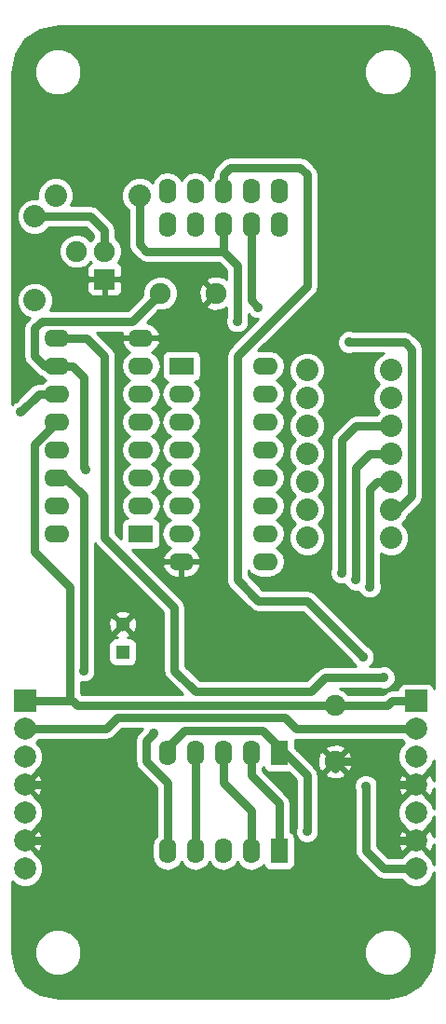
<source format=gtl>
G04 #@! TF.FileFunction,Copper,L1,Top,Signal*
%FSLAX46Y46*%
G04 Gerber Fmt 4.6, Leading zero omitted, Abs format (unit mm)*
G04 Created by KiCad (PCBNEW 4.0.4-stable) date 01/06/17 15:37:10*
%MOMM*%
%LPD*%
G01*
G04 APERTURE LIST*
%ADD10C,0.150000*%
%ADD11R,1.574800X2.286000*%
%ADD12O,1.574800X2.286000*%
%ADD13C,1.300000*%
%ADD14R,1.300000X1.300000*%
%ADD15C,1.905000*%
%ADD16R,1.998980X1.998980*%
%ADD17C,1.998980*%
%ADD18R,1.905000X1.905000*%
%ADD19C,2.032000*%
%ADD20R,2.286000X1.574800*%
%ADD21O,2.286000X1.574800*%
%ADD22C,0.889000*%
%ADD23C,0.762000*%
%ADD24C,0.254000*%
G04 APERTURE END LIST*
D10*
D11*
X25109000Y14210000D03*
D12*
X22569000Y14210000D03*
X20029000Y14210000D03*
X17489000Y14210000D03*
X14949000Y14210000D03*
X14949000Y74154000D03*
X17489000Y74154000D03*
X20029000Y74154000D03*
X22569000Y74154000D03*
X25109000Y74154000D03*
D11*
X25109000Y23100000D03*
D12*
X22569000Y23100000D03*
X20029000Y23100000D03*
X17489000Y23100000D03*
X14949000Y23100000D03*
X14949000Y71106000D03*
X17489000Y71106000D03*
X20029000Y71106000D03*
X22569000Y71106000D03*
X25109000Y71106000D03*
D13*
X10885000Y34790000D03*
D14*
X10885000Y32290000D03*
D15*
X14314000Y64883000D03*
X19394000Y64883000D03*
X30189000Y27418000D03*
X30189000Y22338000D03*
D16*
X1995000Y27845000D03*
D17*
X1995000Y25305000D03*
X1995000Y22765000D03*
X1995000Y20225000D03*
X1995000Y17685000D03*
X1995000Y15145000D03*
X1995000Y12605000D03*
D16*
X37555000Y27845000D03*
D17*
X37555000Y25305000D03*
X37555000Y22765000D03*
X37555000Y20225000D03*
X37555000Y17685000D03*
X37555000Y15145000D03*
X37555000Y12605000D03*
D18*
X9234000Y66153000D03*
D15*
X9234000Y68693000D03*
X6694000Y68693000D03*
D19*
X2884000Y64248000D03*
X2884000Y71868000D03*
X12409000Y73773000D03*
X4789000Y73773000D03*
X27649000Y57898000D03*
X35269000Y57898000D03*
X27649000Y55358000D03*
X35269000Y55358000D03*
X27649000Y52818000D03*
X35269000Y52818000D03*
X27649000Y50278000D03*
X35269000Y50278000D03*
X27649000Y47738000D03*
X35269000Y47738000D03*
X27649000Y45198000D03*
X35269000Y45198000D03*
X27649000Y42658000D03*
X35269000Y42658000D03*
D20*
X12536000Y43039000D03*
D21*
X12536000Y45579000D03*
X12536000Y48119000D03*
X12536000Y50659000D03*
X12536000Y53199000D03*
X12536000Y55739000D03*
X12536000Y58279000D03*
X12536000Y60819000D03*
X4916000Y60819000D03*
X4916000Y58279000D03*
X4916000Y55739000D03*
X4916000Y53199000D03*
X4916000Y50659000D03*
X4916000Y48119000D03*
X4916000Y45579000D03*
X4916000Y43039000D03*
D20*
X16219000Y58279000D03*
D21*
X16219000Y55739000D03*
X16219000Y53199000D03*
X16219000Y50659000D03*
X16219000Y48119000D03*
X16219000Y45579000D03*
X16219000Y43039000D03*
X16219000Y40499000D03*
X23839000Y40499000D03*
X23839000Y43039000D03*
X23839000Y45579000D03*
X23839000Y48119000D03*
X23839000Y50659000D03*
X23839000Y53199000D03*
X23839000Y55739000D03*
X23839000Y58279000D03*
D22*
X7506800Y48830200D03*
X1614000Y54088000D03*
X7329000Y30593000D03*
X12409000Y20433000D03*
X32983000Y20098000D03*
X27649000Y15988000D03*
X32729000Y31863000D03*
X33364000Y38213000D03*
X32094000Y38848000D03*
X30824000Y39483000D03*
X13679000Y24878000D03*
X21299000Y62343000D03*
X23204000Y63613000D03*
X31459000Y60438000D03*
X34634000Y29958000D03*
D23*
X7329000Y49008000D02*
X7329000Y57263000D01*
X3773000Y58279000D02*
X2884000Y59168000D01*
X2884000Y59168000D02*
X2884000Y61708000D01*
X2884000Y61708000D02*
X3519000Y62343000D01*
X4916000Y58279000D02*
X3773000Y58279000D01*
X11774000Y62343000D02*
X14314000Y64883000D01*
X6313000Y58279000D02*
X4916000Y58279000D01*
X7329000Y57263000D02*
X6313000Y58279000D01*
X3519000Y62343000D02*
X11774000Y62343000D01*
X7506800Y48830200D02*
X7329000Y49008000D01*
X1995000Y25305000D02*
X9361000Y25305000D01*
X26633000Y25305000D02*
X37555000Y25305000D01*
X25617000Y26321000D02*
X26633000Y25305000D01*
X10377000Y26321000D02*
X25617000Y26321000D01*
X9361000Y25305000D02*
X10377000Y26321000D01*
X1614000Y54088000D02*
X3265000Y55739000D01*
X3265000Y55739000D02*
X4916000Y55739000D01*
X7329000Y46468000D02*
X7329000Y33133000D01*
X7329000Y33133000D02*
X7329000Y31863000D01*
X5678000Y48119000D02*
X7329000Y46468000D01*
X4916000Y48119000D02*
X5678000Y48119000D01*
X7329000Y30593000D02*
X7329000Y33133000D01*
X34380000Y19971000D02*
X34380000Y21241000D01*
X33283000Y22338000D02*
X30189000Y22338000D01*
X34380000Y21241000D02*
X33283000Y22338000D01*
X4789000Y20225000D02*
X12201000Y20225000D01*
X12201000Y20225000D02*
X12409000Y20433000D01*
X1995000Y15145000D02*
X3773000Y15145000D01*
X4789000Y20225000D02*
X1995000Y20225000D01*
X4789000Y16161000D02*
X4789000Y20225000D01*
X3773000Y15145000D02*
X4789000Y16161000D01*
X34380000Y20225000D02*
X34380000Y19971000D01*
X34380000Y19971000D02*
X34380000Y15780000D01*
X34380000Y15780000D02*
X35015000Y15145000D01*
X35015000Y15145000D02*
X37555000Y15145000D01*
X30189000Y22338000D02*
X30362000Y22338000D01*
X34380000Y20225000D02*
X37555000Y20225000D01*
X30189000Y22338000D02*
X30189000Y21703000D01*
X5932000Y27845000D02*
X6313000Y27845000D01*
X6313000Y27845000D02*
X6740000Y27418000D01*
X1995000Y27845000D02*
X6059000Y27845000D01*
X6059000Y27845000D02*
X5932000Y27845000D01*
X5932000Y27845000D02*
X6059000Y27845000D01*
X30189000Y27418000D02*
X31667000Y27418000D01*
X32983000Y27418000D02*
X34969000Y27418000D01*
X35396000Y27845000D02*
X37555000Y27845000D01*
X34969000Y27418000D02*
X35396000Y27845000D01*
X6059000Y27845000D02*
X6059000Y38213000D01*
X6059000Y38213000D02*
X2884000Y41388000D01*
X2884000Y51167000D02*
X4916000Y53199000D01*
X2884000Y41388000D02*
X2884000Y51167000D01*
X28665000Y27418000D02*
X31667000Y27418000D01*
X31667000Y27418000D02*
X32983000Y27418000D01*
X32983000Y27418000D02*
X33364000Y27418000D01*
X6740000Y27418000D02*
X28665000Y27418000D01*
X28665000Y27418000D02*
X30189000Y27418000D01*
X34634000Y12605000D02*
X37555000Y12605000D01*
X32983000Y14256000D02*
X34634000Y12605000D01*
X32983000Y20098000D02*
X32983000Y14256000D01*
X14949000Y23100000D02*
X14949000Y23608000D01*
X16467920Y25126920D02*
X23590080Y25126920D01*
X23590080Y25126920D02*
X25109000Y23608000D01*
X14949000Y23608000D02*
X16467920Y25126920D01*
X27649000Y21068000D02*
X27649000Y15988000D01*
X25109000Y23100000D02*
X25617000Y23100000D01*
X27014000Y76313000D02*
X20664000Y76313000D01*
X27649000Y75678000D02*
X27014000Y76313000D01*
X20664000Y76313000D02*
X20029000Y75678000D01*
X25109000Y23608000D02*
X25109000Y23100000D01*
X20029000Y75678000D02*
X20029000Y74154000D01*
X21299000Y59168000D02*
X27649000Y65518000D01*
X27649000Y36943000D02*
X23204000Y36943000D01*
X21299000Y38848000D02*
X21299000Y59168000D01*
X23204000Y36943000D02*
X21299000Y38848000D01*
X27649000Y65518000D02*
X27649000Y75678000D01*
X25617000Y23100000D02*
X27649000Y21068000D01*
X32729000Y31863000D02*
X27649000Y36943000D01*
X33999000Y47738000D02*
X35269000Y47738000D01*
X33364000Y47103000D02*
X33999000Y47738000D01*
X33364000Y38213000D02*
X33364000Y47103000D01*
X22569000Y21068000D02*
X22569000Y23100000D01*
X25109000Y14210000D02*
X25109000Y18528000D01*
X25109000Y18528000D02*
X22569000Y21068000D01*
X20029000Y20433000D02*
X20029000Y23100000D01*
X22569000Y17893000D02*
X20029000Y20433000D01*
X32094000Y38848000D02*
X32094000Y49008000D01*
X33364000Y50278000D02*
X35269000Y50278000D01*
X32094000Y49008000D02*
X33364000Y50278000D01*
X22569000Y14210000D02*
X22569000Y17893000D01*
X32094000Y52818000D02*
X35269000Y52818000D01*
X30824000Y51548000D02*
X32094000Y52818000D01*
X30824000Y39483000D02*
X30824000Y51548000D01*
X17489000Y14210000D02*
X17489000Y23100000D01*
X20029000Y71106000D02*
X20029000Y68693000D01*
X19394000Y68693000D02*
X20029000Y68693000D01*
X20029000Y68693000D02*
X21299000Y67423000D01*
X12409000Y69328000D02*
X13044000Y68693000D01*
X13044000Y68693000D02*
X19394000Y68693000D01*
X12409000Y73773000D02*
X12409000Y69328000D01*
X13044000Y22338000D02*
X13044000Y24243000D01*
X13044000Y24243000D02*
X13679000Y24878000D01*
X21299000Y62343000D02*
X21299000Y67423000D01*
X14949000Y14210000D02*
X14949000Y20433000D01*
X14949000Y20433000D02*
X13044000Y22338000D01*
X31459000Y60438000D02*
X36539000Y60438000D01*
X22569000Y64248000D02*
X23204000Y63613000D01*
X35269000Y45198000D02*
X35904000Y45198000D01*
X35904000Y45198000D02*
X37174000Y46468000D01*
X37174000Y46468000D02*
X37174000Y58533000D01*
X36539000Y60438000D02*
X37174000Y59803000D01*
X22569000Y71106000D02*
X22569000Y64248000D01*
X37174000Y59803000D02*
X37174000Y58533000D01*
X9234000Y42658000D02*
X15584000Y36308000D01*
X26887000Y28688000D02*
X28030000Y28688000D01*
X29300000Y29958000D02*
X34634000Y29958000D01*
X28030000Y28688000D02*
X29300000Y29958000D01*
X15584000Y30593000D02*
X17489000Y28688000D01*
X4916000Y60819000D02*
X7583000Y60819000D01*
X9234000Y59168000D02*
X9234000Y42658000D01*
X15584000Y36308000D02*
X15584000Y30593000D01*
X17489000Y28688000D02*
X26887000Y28688000D01*
X7583000Y60819000D02*
X9234000Y59168000D01*
X2884000Y71868000D02*
X4154000Y71868000D01*
X9234000Y70598000D02*
X9234000Y68693000D01*
X7964000Y71868000D02*
X9234000Y70598000D01*
X3519000Y71868000D02*
X4154000Y71868000D01*
X4154000Y71868000D02*
X7964000Y71868000D01*
D24*
G36*
X12325580Y24961420D02*
X12105338Y24631807D01*
X12105338Y24631806D01*
X12028000Y24243000D01*
X12028000Y22338000D01*
X12063726Y22158395D01*
X12105338Y21949193D01*
X12325580Y21619580D01*
X13933000Y20012159D01*
X13933000Y15590940D01*
X13634874Y15144762D01*
X13526600Y14600433D01*
X13526600Y13819567D01*
X13634874Y13275238D01*
X13943211Y12813778D01*
X14404671Y12505441D01*
X14949000Y12397167D01*
X15493329Y12505441D01*
X15954789Y12813778D01*
X16219000Y13209199D01*
X16483211Y12813778D01*
X16944671Y12505441D01*
X17489000Y12397167D01*
X18033329Y12505441D01*
X18494789Y12813778D01*
X18759000Y13209199D01*
X19023211Y12813778D01*
X19484671Y12505441D01*
X20029000Y12397167D01*
X20573329Y12505441D01*
X21034789Y12813778D01*
X21299000Y13209199D01*
X21563211Y12813778D01*
X22024671Y12505441D01*
X22569000Y12397167D01*
X23113329Y12505441D01*
X23574789Y12813778D01*
X23689503Y12985460D01*
X23718438Y12831683D01*
X23857510Y12615559D01*
X24069710Y12470569D01*
X24321600Y12419560D01*
X25896400Y12419560D01*
X26131717Y12463838D01*
X26347841Y12602910D01*
X26492831Y12815110D01*
X26543840Y13067000D01*
X26543840Y15353000D01*
X26499562Y15588317D01*
X26360490Y15804441D01*
X26148290Y15949431D01*
X26125000Y15954147D01*
X26125000Y18528000D01*
X26047662Y18916806D01*
X25974581Y19026179D01*
X25827420Y19246421D01*
X23585000Y21488840D01*
X23585000Y21719060D01*
X23689503Y21875460D01*
X23718438Y21721683D01*
X23857510Y21505559D01*
X24069710Y21360569D01*
X24321600Y21309560D01*
X25896400Y21309560D01*
X25958849Y21321311D01*
X26633000Y20647159D01*
X26633000Y16356142D01*
X26569687Y16203668D01*
X26569313Y15774216D01*
X26733311Y15377311D01*
X27036714Y15073378D01*
X27433332Y14908687D01*
X27862784Y14908313D01*
X28259689Y15072311D01*
X28563622Y15375714D01*
X28728313Y15772332D01*
X28728687Y16201784D01*
X28665000Y16355918D01*
X28665000Y21068000D01*
X28634798Y21219841D01*
X29250446Y21219841D01*
X29343288Y20957912D01*
X29935801Y20739325D01*
X30566861Y20764122D01*
X31034712Y20957912D01*
X31127554Y21219841D01*
X30189000Y22158395D01*
X29250446Y21219841D01*
X28634798Y21219841D01*
X28587662Y21456806D01*
X28587662Y21456807D01*
X28367421Y21786420D01*
X27562642Y22591199D01*
X28590325Y22591199D01*
X28615122Y21960139D01*
X28808912Y21492288D01*
X29070841Y21399446D01*
X30009395Y22338000D01*
X30368605Y22338000D01*
X31307159Y21399446D01*
X31569088Y21492288D01*
X31787675Y22084801D01*
X31762878Y22715861D01*
X31569088Y23183712D01*
X31307159Y23276554D01*
X30368605Y22338000D01*
X30009395Y22338000D01*
X29070841Y23276554D01*
X28808912Y23183712D01*
X28590325Y22591199D01*
X27562642Y22591199D01*
X26697682Y23456159D01*
X29250446Y23456159D01*
X30189000Y22517605D01*
X31127554Y23456159D01*
X31034712Y23718088D01*
X30442199Y23936675D01*
X29811139Y23911878D01*
X29343288Y23718088D01*
X29250446Y23456159D01*
X26697682Y23456159D01*
X26543840Y23610000D01*
X26543840Y24243000D01*
X26531381Y24309213D01*
X26633000Y24289000D01*
X36259724Y24289000D01*
X36513480Y24034801D01*
X36170154Y23692073D01*
X35920794Y23091547D01*
X35920226Y22441306D01*
X36168538Y21840345D01*
X36595539Y21412599D01*
X36582443Y21377163D01*
X37555000Y20404605D01*
X38527557Y21377163D01*
X38514276Y21413099D01*
X38939846Y21837927D01*
X39174500Y22403037D01*
X39174500Y20614822D01*
X38973965Y21098958D01*
X38707163Y21197557D01*
X37734605Y20225000D01*
X38707163Y19252443D01*
X38973965Y19351042D01*
X39174500Y19890859D01*
X39174500Y18045660D01*
X38941462Y18609655D01*
X38514461Y19037401D01*
X38527557Y19072837D01*
X37555000Y20045395D01*
X36582443Y19072837D01*
X36595724Y19036901D01*
X36170154Y18612073D01*
X35920794Y18011547D01*
X35920226Y17361306D01*
X36168538Y16760345D01*
X36595539Y16332599D01*
X36582443Y16297163D01*
X37555000Y15324605D01*
X38527557Y16297163D01*
X38514276Y16333099D01*
X38939846Y16757927D01*
X39174500Y17323037D01*
X39174500Y15534822D01*
X38973965Y16018958D01*
X38707163Y16117557D01*
X37734605Y15145000D01*
X38707163Y14172443D01*
X38973965Y14271042D01*
X39174500Y14810859D01*
X39174500Y12965660D01*
X38941462Y13529655D01*
X38514461Y13957401D01*
X38527557Y13992837D01*
X37555000Y14965395D01*
X36582443Y13992837D01*
X36595724Y13956901D01*
X36259236Y13621000D01*
X35054841Y13621000D01*
X33999000Y14676840D01*
X33999000Y15409418D01*
X35909599Y15409418D01*
X35933659Y14759623D01*
X36136035Y14271042D01*
X36402837Y14172443D01*
X37375395Y15145000D01*
X36402837Y16117557D01*
X36136035Y16018958D01*
X35909599Y15409418D01*
X33999000Y15409418D01*
X33999000Y19729858D01*
X34062313Y19882332D01*
X34062687Y20311784D01*
X33989291Y20489418D01*
X35909599Y20489418D01*
X35933659Y19839623D01*
X36136035Y19351042D01*
X36402837Y19252443D01*
X37375395Y20225000D01*
X36402837Y21197557D01*
X36136035Y21098958D01*
X35909599Y20489418D01*
X33989291Y20489418D01*
X33898689Y20708689D01*
X33595286Y21012622D01*
X33198668Y21177313D01*
X32769216Y21177687D01*
X32372311Y21013689D01*
X32068378Y20710286D01*
X31903687Y20313668D01*
X31903313Y19884216D01*
X31967000Y19730082D01*
X31967000Y14256000D01*
X32019346Y13992837D01*
X32044338Y13867193D01*
X32264580Y13537580D01*
X33915580Y11886579D01*
X34245193Y11666338D01*
X34634000Y11589000D01*
X36259724Y11589000D01*
X36627927Y11220154D01*
X37228453Y10970794D01*
X37878694Y10970226D01*
X38479655Y11218538D01*
X38939846Y11677927D01*
X39174500Y12243037D01*
X39174500Y5081303D01*
X38841794Y3408678D01*
X37940382Y2059618D01*
X36591323Y1158206D01*
X34918697Y825500D01*
X5081303Y825500D01*
X3408678Y1158206D01*
X2059618Y2059618D01*
X1158206Y3408677D01*
X925776Y4577185D01*
X2864630Y4577185D01*
X3188980Y3792200D01*
X3789041Y3191091D01*
X4573459Y2865372D01*
X5422815Y2864630D01*
X6207800Y3188980D01*
X6808909Y3789041D01*
X7134628Y4573459D01*
X7134631Y4577185D01*
X32864630Y4577185D01*
X33188980Y3792200D01*
X33789041Y3191091D01*
X34573459Y2865372D01*
X35422815Y2864630D01*
X36207800Y3188980D01*
X36808909Y3789041D01*
X37134628Y4573459D01*
X37135370Y5422815D01*
X36811020Y6207800D01*
X36210959Y6808909D01*
X35426541Y7134628D01*
X34577185Y7135370D01*
X33792200Y6811020D01*
X33191091Y6210959D01*
X32865372Y5426541D01*
X32864630Y4577185D01*
X7134631Y4577185D01*
X7135370Y5422815D01*
X6811020Y6207800D01*
X6210959Y6808909D01*
X5426541Y7134628D01*
X4577185Y7135370D01*
X3792200Y6811020D01*
X3191091Y6210959D01*
X2865372Y5426541D01*
X2864630Y4577185D01*
X925776Y4577185D01*
X825500Y5081303D01*
X825500Y11463004D01*
X1067927Y11220154D01*
X1668453Y10970794D01*
X2318694Y10970226D01*
X2919655Y11218538D01*
X3379846Y11677927D01*
X3629206Y12278453D01*
X3629774Y12928694D01*
X3381462Y13529655D01*
X2954461Y13957401D01*
X2967557Y13992837D01*
X1995000Y14965395D01*
X1980858Y14951252D01*
X1801252Y15130858D01*
X1815395Y15145000D01*
X2174605Y15145000D01*
X3147163Y14172443D01*
X3413965Y14271042D01*
X3640401Y14880582D01*
X3616341Y15530377D01*
X3413965Y16018958D01*
X3147163Y16117557D01*
X2174605Y15145000D01*
X1815395Y15145000D01*
X1801252Y15159142D01*
X1980858Y15338748D01*
X1995000Y15324605D01*
X2967557Y16297163D01*
X2954276Y16333099D01*
X3379846Y16757927D01*
X3629206Y17358453D01*
X3629774Y18008694D01*
X3381462Y18609655D01*
X2954461Y19037401D01*
X2967557Y19072837D01*
X1995000Y20045395D01*
X1980858Y20031252D01*
X1801252Y20210858D01*
X1815395Y20225000D01*
X2174605Y20225000D01*
X3147163Y19252443D01*
X3413965Y19351042D01*
X3640401Y19960582D01*
X3616341Y20610377D01*
X3413965Y21098958D01*
X3147163Y21197557D01*
X2174605Y20225000D01*
X1815395Y20225000D01*
X1801252Y20239142D01*
X1980858Y20418748D01*
X1995000Y20404605D01*
X2967557Y21377163D01*
X2954276Y21413099D01*
X3379846Y21837927D01*
X3629206Y22438453D01*
X3629774Y23088694D01*
X3381462Y23689655D01*
X3036520Y24035199D01*
X3290764Y24289000D01*
X9361000Y24289000D01*
X9685300Y24353507D01*
X9749807Y24366338D01*
X10079420Y24586580D01*
X10797841Y25305000D01*
X12669159Y25305000D01*
X12325580Y24961420D01*
X12325580Y24961420D01*
G37*
X12325580Y24961420D02*
X12105338Y24631807D01*
X12105338Y24631806D01*
X12028000Y24243000D01*
X12028000Y22338000D01*
X12063726Y22158395D01*
X12105338Y21949193D01*
X12325580Y21619580D01*
X13933000Y20012159D01*
X13933000Y15590940D01*
X13634874Y15144762D01*
X13526600Y14600433D01*
X13526600Y13819567D01*
X13634874Y13275238D01*
X13943211Y12813778D01*
X14404671Y12505441D01*
X14949000Y12397167D01*
X15493329Y12505441D01*
X15954789Y12813778D01*
X16219000Y13209199D01*
X16483211Y12813778D01*
X16944671Y12505441D01*
X17489000Y12397167D01*
X18033329Y12505441D01*
X18494789Y12813778D01*
X18759000Y13209199D01*
X19023211Y12813778D01*
X19484671Y12505441D01*
X20029000Y12397167D01*
X20573329Y12505441D01*
X21034789Y12813778D01*
X21299000Y13209199D01*
X21563211Y12813778D01*
X22024671Y12505441D01*
X22569000Y12397167D01*
X23113329Y12505441D01*
X23574789Y12813778D01*
X23689503Y12985460D01*
X23718438Y12831683D01*
X23857510Y12615559D01*
X24069710Y12470569D01*
X24321600Y12419560D01*
X25896400Y12419560D01*
X26131717Y12463838D01*
X26347841Y12602910D01*
X26492831Y12815110D01*
X26543840Y13067000D01*
X26543840Y15353000D01*
X26499562Y15588317D01*
X26360490Y15804441D01*
X26148290Y15949431D01*
X26125000Y15954147D01*
X26125000Y18528000D01*
X26047662Y18916806D01*
X25974581Y19026179D01*
X25827420Y19246421D01*
X23585000Y21488840D01*
X23585000Y21719060D01*
X23689503Y21875460D01*
X23718438Y21721683D01*
X23857510Y21505559D01*
X24069710Y21360569D01*
X24321600Y21309560D01*
X25896400Y21309560D01*
X25958849Y21321311D01*
X26633000Y20647159D01*
X26633000Y16356142D01*
X26569687Y16203668D01*
X26569313Y15774216D01*
X26733311Y15377311D01*
X27036714Y15073378D01*
X27433332Y14908687D01*
X27862784Y14908313D01*
X28259689Y15072311D01*
X28563622Y15375714D01*
X28728313Y15772332D01*
X28728687Y16201784D01*
X28665000Y16355918D01*
X28665000Y21068000D01*
X28634798Y21219841D01*
X29250446Y21219841D01*
X29343288Y20957912D01*
X29935801Y20739325D01*
X30566861Y20764122D01*
X31034712Y20957912D01*
X31127554Y21219841D01*
X30189000Y22158395D01*
X29250446Y21219841D01*
X28634798Y21219841D01*
X28587662Y21456806D01*
X28587662Y21456807D01*
X28367421Y21786420D01*
X27562642Y22591199D01*
X28590325Y22591199D01*
X28615122Y21960139D01*
X28808912Y21492288D01*
X29070841Y21399446D01*
X30009395Y22338000D01*
X30368605Y22338000D01*
X31307159Y21399446D01*
X31569088Y21492288D01*
X31787675Y22084801D01*
X31762878Y22715861D01*
X31569088Y23183712D01*
X31307159Y23276554D01*
X30368605Y22338000D01*
X30009395Y22338000D01*
X29070841Y23276554D01*
X28808912Y23183712D01*
X28590325Y22591199D01*
X27562642Y22591199D01*
X26697682Y23456159D01*
X29250446Y23456159D01*
X30189000Y22517605D01*
X31127554Y23456159D01*
X31034712Y23718088D01*
X30442199Y23936675D01*
X29811139Y23911878D01*
X29343288Y23718088D01*
X29250446Y23456159D01*
X26697682Y23456159D01*
X26543840Y23610000D01*
X26543840Y24243000D01*
X26531381Y24309213D01*
X26633000Y24289000D01*
X36259724Y24289000D01*
X36513480Y24034801D01*
X36170154Y23692073D01*
X35920794Y23091547D01*
X35920226Y22441306D01*
X36168538Y21840345D01*
X36595539Y21412599D01*
X36582443Y21377163D01*
X37555000Y20404605D01*
X38527557Y21377163D01*
X38514276Y21413099D01*
X38939846Y21837927D01*
X39174500Y22403037D01*
X39174500Y20614822D01*
X38973965Y21098958D01*
X38707163Y21197557D01*
X37734605Y20225000D01*
X38707163Y19252443D01*
X38973965Y19351042D01*
X39174500Y19890859D01*
X39174500Y18045660D01*
X38941462Y18609655D01*
X38514461Y19037401D01*
X38527557Y19072837D01*
X37555000Y20045395D01*
X36582443Y19072837D01*
X36595724Y19036901D01*
X36170154Y18612073D01*
X35920794Y18011547D01*
X35920226Y17361306D01*
X36168538Y16760345D01*
X36595539Y16332599D01*
X36582443Y16297163D01*
X37555000Y15324605D01*
X38527557Y16297163D01*
X38514276Y16333099D01*
X38939846Y16757927D01*
X39174500Y17323037D01*
X39174500Y15534822D01*
X38973965Y16018958D01*
X38707163Y16117557D01*
X37734605Y15145000D01*
X38707163Y14172443D01*
X38973965Y14271042D01*
X39174500Y14810859D01*
X39174500Y12965660D01*
X38941462Y13529655D01*
X38514461Y13957401D01*
X38527557Y13992837D01*
X37555000Y14965395D01*
X36582443Y13992837D01*
X36595724Y13956901D01*
X36259236Y13621000D01*
X35054841Y13621000D01*
X33999000Y14676840D01*
X33999000Y15409418D01*
X35909599Y15409418D01*
X35933659Y14759623D01*
X36136035Y14271042D01*
X36402837Y14172443D01*
X37375395Y15145000D01*
X36402837Y16117557D01*
X36136035Y16018958D01*
X35909599Y15409418D01*
X33999000Y15409418D01*
X33999000Y19729858D01*
X34062313Y19882332D01*
X34062687Y20311784D01*
X33989291Y20489418D01*
X35909599Y20489418D01*
X35933659Y19839623D01*
X36136035Y19351042D01*
X36402837Y19252443D01*
X37375395Y20225000D01*
X36402837Y21197557D01*
X36136035Y21098958D01*
X35909599Y20489418D01*
X33989291Y20489418D01*
X33898689Y20708689D01*
X33595286Y21012622D01*
X33198668Y21177313D01*
X32769216Y21177687D01*
X32372311Y21013689D01*
X32068378Y20710286D01*
X31903687Y20313668D01*
X31903313Y19884216D01*
X31967000Y19730082D01*
X31967000Y14256000D01*
X32019346Y13992837D01*
X32044338Y13867193D01*
X32264580Y13537580D01*
X33915580Y11886579D01*
X34245193Y11666338D01*
X34634000Y11589000D01*
X36259724Y11589000D01*
X36627927Y11220154D01*
X37228453Y10970794D01*
X37878694Y10970226D01*
X38479655Y11218538D01*
X38939846Y11677927D01*
X39174500Y12243037D01*
X39174500Y5081303D01*
X38841794Y3408678D01*
X37940382Y2059618D01*
X36591323Y1158206D01*
X34918697Y825500D01*
X5081303Y825500D01*
X3408678Y1158206D01*
X2059618Y2059618D01*
X1158206Y3408677D01*
X925776Y4577185D01*
X2864630Y4577185D01*
X3188980Y3792200D01*
X3789041Y3191091D01*
X4573459Y2865372D01*
X5422815Y2864630D01*
X6207800Y3188980D01*
X6808909Y3789041D01*
X7134628Y4573459D01*
X7134631Y4577185D01*
X32864630Y4577185D01*
X33188980Y3792200D01*
X33789041Y3191091D01*
X34573459Y2865372D01*
X35422815Y2864630D01*
X36207800Y3188980D01*
X36808909Y3789041D01*
X37134628Y4573459D01*
X37135370Y5422815D01*
X36811020Y6207800D01*
X36210959Y6808909D01*
X35426541Y7134628D01*
X34577185Y7135370D01*
X33792200Y6811020D01*
X33191091Y6210959D01*
X32865372Y5426541D01*
X32864630Y4577185D01*
X7134631Y4577185D01*
X7135370Y5422815D01*
X6811020Y6207800D01*
X6210959Y6808909D01*
X5426541Y7134628D01*
X4577185Y7135370D01*
X3792200Y6811020D01*
X3191091Y6210959D01*
X2865372Y5426541D01*
X2864630Y4577185D01*
X925776Y4577185D01*
X825500Y5081303D01*
X825500Y11463004D01*
X1067927Y11220154D01*
X1668453Y10970794D01*
X2318694Y10970226D01*
X2919655Y11218538D01*
X3379846Y11677927D01*
X3629206Y12278453D01*
X3629774Y12928694D01*
X3381462Y13529655D01*
X2954461Y13957401D01*
X2967557Y13992837D01*
X1995000Y14965395D01*
X1980858Y14951252D01*
X1801252Y15130858D01*
X1815395Y15145000D01*
X2174605Y15145000D01*
X3147163Y14172443D01*
X3413965Y14271042D01*
X3640401Y14880582D01*
X3616341Y15530377D01*
X3413965Y16018958D01*
X3147163Y16117557D01*
X2174605Y15145000D01*
X1815395Y15145000D01*
X1801252Y15159142D01*
X1980858Y15338748D01*
X1995000Y15324605D01*
X2967557Y16297163D01*
X2954276Y16333099D01*
X3379846Y16757927D01*
X3629206Y17358453D01*
X3629774Y18008694D01*
X3381462Y18609655D01*
X2954461Y19037401D01*
X2967557Y19072837D01*
X1995000Y20045395D01*
X1980858Y20031252D01*
X1801252Y20210858D01*
X1815395Y20225000D01*
X2174605Y20225000D01*
X3147163Y19252443D01*
X3413965Y19351042D01*
X3640401Y19960582D01*
X3616341Y20610377D01*
X3413965Y21098958D01*
X3147163Y21197557D01*
X2174605Y20225000D01*
X1815395Y20225000D01*
X1801252Y20239142D01*
X1980858Y20418748D01*
X1995000Y20404605D01*
X2967557Y21377163D01*
X2954276Y21413099D01*
X3379846Y21837927D01*
X3629206Y22438453D01*
X3629774Y23088694D01*
X3381462Y23689655D01*
X3036520Y24035199D01*
X3290764Y24289000D01*
X9361000Y24289000D01*
X9685300Y24353507D01*
X9749807Y24366338D01*
X10079420Y24586580D01*
X10797841Y25305000D01*
X12669159Y25305000D01*
X12325580Y24961420D01*
G36*
X8515580Y41939580D02*
X14568000Y35887159D01*
X14568000Y30593000D01*
X14610524Y30379216D01*
X14645338Y30204193D01*
X14865580Y29874580D01*
X16306159Y28434000D01*
X7160840Y28434000D01*
X7075000Y28519840D01*
X7075000Y29529604D01*
X7113332Y29513687D01*
X7542784Y29513313D01*
X7939689Y29677311D01*
X8243622Y29980714D01*
X8408313Y30377332D01*
X8408687Y30806784D01*
X8345000Y30960918D01*
X8345000Y32940000D01*
X9587560Y32940000D01*
X9587560Y31640000D01*
X9631838Y31404683D01*
X9770910Y31188559D01*
X9983110Y31043569D01*
X10235000Y30992560D01*
X11535000Y30992560D01*
X11770317Y31036838D01*
X11986441Y31175910D01*
X12131431Y31388110D01*
X12182440Y31640000D01*
X12182440Y32940000D01*
X12138162Y33175317D01*
X11999090Y33391441D01*
X11786890Y33536431D01*
X11535000Y33587440D01*
X11372615Y33587440D01*
X11548729Y33660389D01*
X11604410Y33890984D01*
X10885000Y34610395D01*
X10165590Y33890984D01*
X10221271Y33660389D01*
X10430902Y33587440D01*
X10235000Y33587440D01*
X9999683Y33543162D01*
X9783559Y33404090D01*
X9638569Y33191890D01*
X9587560Y32940000D01*
X8345000Y32940000D01*
X8345000Y34970922D01*
X9587378Y34970922D01*
X9616917Y34460572D01*
X9755389Y34126271D01*
X9985984Y34070590D01*
X10705395Y34790000D01*
X11064605Y34790000D01*
X11784016Y34070590D01*
X12014611Y34126271D01*
X12182622Y34609078D01*
X12153083Y35119428D01*
X12014611Y35453729D01*
X11784016Y35509410D01*
X11064605Y34790000D01*
X10705395Y34790000D01*
X9985984Y35509410D01*
X9755389Y35453729D01*
X9587378Y34970922D01*
X8345000Y34970922D01*
X8345000Y35689016D01*
X10165590Y35689016D01*
X10885000Y34969605D01*
X11604410Y35689016D01*
X11548729Y35919611D01*
X11065922Y36087622D01*
X10555572Y36058083D01*
X10221271Y35919611D01*
X10165590Y35689016D01*
X8345000Y35689016D01*
X8345000Y42194869D01*
X8515580Y41939580D01*
X8515580Y41939580D01*
G37*
X8515580Y41939580D02*
X14568000Y35887159D01*
X14568000Y30593000D01*
X14610524Y30379216D01*
X14645338Y30204193D01*
X14865580Y29874580D01*
X16306159Y28434000D01*
X7160840Y28434000D01*
X7075000Y28519840D01*
X7075000Y29529604D01*
X7113332Y29513687D01*
X7542784Y29513313D01*
X7939689Y29677311D01*
X8243622Y29980714D01*
X8408313Y30377332D01*
X8408687Y30806784D01*
X8345000Y30960918D01*
X8345000Y32940000D01*
X9587560Y32940000D01*
X9587560Y31640000D01*
X9631838Y31404683D01*
X9770910Y31188559D01*
X9983110Y31043569D01*
X10235000Y30992560D01*
X11535000Y30992560D01*
X11770317Y31036838D01*
X11986441Y31175910D01*
X12131431Y31388110D01*
X12182440Y31640000D01*
X12182440Y32940000D01*
X12138162Y33175317D01*
X11999090Y33391441D01*
X11786890Y33536431D01*
X11535000Y33587440D01*
X11372615Y33587440D01*
X11548729Y33660389D01*
X11604410Y33890984D01*
X10885000Y34610395D01*
X10165590Y33890984D01*
X10221271Y33660389D01*
X10430902Y33587440D01*
X10235000Y33587440D01*
X9999683Y33543162D01*
X9783559Y33404090D01*
X9638569Y33191890D01*
X9587560Y32940000D01*
X8345000Y32940000D01*
X8345000Y34970922D01*
X9587378Y34970922D01*
X9616917Y34460572D01*
X9755389Y34126271D01*
X9985984Y34070590D01*
X10705395Y34790000D01*
X11064605Y34790000D01*
X11784016Y34070590D01*
X12014611Y34126271D01*
X12182622Y34609078D01*
X12153083Y35119428D01*
X12014611Y35453729D01*
X11784016Y35509410D01*
X11064605Y34790000D01*
X10705395Y34790000D01*
X9985984Y35509410D01*
X9755389Y35453729D01*
X9587378Y34970922D01*
X8345000Y34970922D01*
X8345000Y35689016D01*
X10165590Y35689016D01*
X10885000Y34969605D01*
X11604410Y35689016D01*
X11548729Y35919611D01*
X11065922Y36087622D01*
X10555572Y36058083D01*
X10221271Y35919611D01*
X10165590Y35689016D01*
X8345000Y35689016D01*
X8345000Y42194869D01*
X8515580Y41939580D01*
G36*
X36591323Y88841794D02*
X37940382Y87940382D01*
X38841794Y86591322D01*
X39174500Y84918697D01*
X39174500Y28990268D01*
X39157652Y29079807D01*
X39018580Y29295931D01*
X38806380Y29440921D01*
X38554490Y29491930D01*
X36555510Y29491930D01*
X36320193Y29447652D01*
X36104069Y29308580D01*
X35959079Y29096380D01*
X35911413Y28861000D01*
X35396000Y28861000D01*
X35007194Y28783662D01*
X34897821Y28710581D01*
X34677579Y28563420D01*
X34548159Y28434000D01*
X31417880Y28434000D01*
X31089421Y28763032D01*
X30658419Y28942000D01*
X34265858Y28942000D01*
X34418332Y28878687D01*
X34847784Y28878313D01*
X35244689Y29042311D01*
X35548622Y29345714D01*
X35713313Y29742332D01*
X35713687Y30171784D01*
X35549689Y30568689D01*
X35246286Y30872622D01*
X34849668Y31037313D01*
X34420216Y31037687D01*
X34266082Y30974000D01*
X33366425Y30974000D01*
X33643622Y31250714D01*
X33808313Y31647332D01*
X33808687Y32076784D01*
X33644689Y32473689D01*
X33341286Y32777622D01*
X33187262Y32841578D01*
X28367420Y37661420D01*
X28037807Y37881662D01*
X27973300Y37894493D01*
X27649000Y37959000D01*
X23624841Y37959000D01*
X22315000Y39268840D01*
X22315000Y39684445D01*
X22442778Y39493211D01*
X22904238Y39184874D01*
X23448567Y39076600D01*
X24229433Y39076600D01*
X24773762Y39184874D01*
X24899989Y39269216D01*
X29744313Y39269216D01*
X29908311Y38872311D01*
X30211714Y38568378D01*
X30608332Y38403687D01*
X31037784Y38403313D01*
X31099230Y38428702D01*
X31178311Y38237311D01*
X31481714Y37933378D01*
X31878332Y37768687D01*
X32307784Y37768313D01*
X32369230Y37793702D01*
X32448311Y37602311D01*
X32751714Y37298378D01*
X33148332Y37133687D01*
X33577784Y37133313D01*
X33974689Y37297311D01*
X34278622Y37600714D01*
X34443313Y37997332D01*
X34443687Y38426784D01*
X34380000Y38580918D01*
X34380000Y41239468D01*
X34939155Y41007287D01*
X35595963Y41006714D01*
X36202995Y41257534D01*
X36667834Y41721563D01*
X36919713Y42328155D01*
X36920286Y42984963D01*
X36669466Y43591995D01*
X36333868Y43928179D01*
X36667834Y44261563D01*
X36854894Y44712054D01*
X37892420Y45749579D01*
X38112661Y46079193D01*
X38112662Y46079194D01*
X38190000Y46468000D01*
X38190000Y59803000D01*
X38112662Y60191806D01*
X38112662Y60191807D01*
X37892421Y60521420D01*
X37257420Y61156420D01*
X36927807Y61376662D01*
X36863300Y61389493D01*
X36539000Y61454000D01*
X31827142Y61454000D01*
X31674668Y61517313D01*
X31245216Y61517687D01*
X30848311Y61353689D01*
X30544378Y61050286D01*
X30379687Y60653668D01*
X30379313Y60224216D01*
X30543311Y59827311D01*
X30846714Y59523378D01*
X31243332Y59358687D01*
X31672784Y59358313D01*
X31826918Y59422000D01*
X34633981Y59422000D01*
X34335005Y59298466D01*
X33870166Y58834437D01*
X33618287Y58227845D01*
X33617714Y57571037D01*
X33868534Y56964005D01*
X34204132Y56627821D01*
X33870166Y56294437D01*
X33618287Y55687845D01*
X33617714Y55031037D01*
X33868534Y54424005D01*
X34204132Y54087821D01*
X33949868Y53834000D01*
X32094000Y53834000D01*
X31705194Y53756662D01*
X31630442Y53706714D01*
X31375579Y53536420D01*
X30105580Y52266420D01*
X29885338Y51936807D01*
X29885338Y51936806D01*
X29808000Y51548000D01*
X29808000Y39851142D01*
X29744687Y39698668D01*
X29744313Y39269216D01*
X24899989Y39269216D01*
X25235222Y39493211D01*
X25543559Y39954671D01*
X25651833Y40499000D01*
X25543559Y41043329D01*
X25235222Y41504789D01*
X24839801Y41769000D01*
X25235222Y42033211D01*
X25543559Y42494671D01*
X25651833Y43039000D01*
X25543559Y43583329D01*
X25235222Y44044789D01*
X24839801Y44309000D01*
X25235222Y44573211D01*
X25543559Y45034671D01*
X25651833Y45579000D01*
X25543559Y46123329D01*
X25235222Y46584789D01*
X24839801Y46849000D01*
X25235222Y47113211D01*
X25543559Y47574671D01*
X25651833Y48119000D01*
X25543559Y48663329D01*
X25235222Y49124789D01*
X24839801Y49389000D01*
X25235222Y49653211D01*
X25543559Y50114671D01*
X25651833Y50659000D01*
X25543559Y51203329D01*
X25235222Y51664789D01*
X24839801Y51929000D01*
X25235222Y52193211D01*
X25543559Y52654671D01*
X25651833Y53199000D01*
X25543559Y53743329D01*
X25235222Y54204789D01*
X24839801Y54469000D01*
X25235222Y54733211D01*
X25543559Y55194671D01*
X25651833Y55739000D01*
X25543559Y56283329D01*
X25235222Y56744789D01*
X24839801Y57009000D01*
X25235222Y57273211D01*
X25434222Y57571037D01*
X25997714Y57571037D01*
X26248534Y56964005D01*
X26584132Y56627821D01*
X26250166Y56294437D01*
X25998287Y55687845D01*
X25997714Y55031037D01*
X26248534Y54424005D01*
X26584132Y54087821D01*
X26250166Y53754437D01*
X25998287Y53147845D01*
X25997714Y52491037D01*
X26248534Y51884005D01*
X26584132Y51547821D01*
X26250166Y51214437D01*
X25998287Y50607845D01*
X25997714Y49951037D01*
X26248534Y49344005D01*
X26584132Y49007821D01*
X26250166Y48674437D01*
X25998287Y48067845D01*
X25997714Y47411037D01*
X26248534Y46804005D01*
X26584132Y46467821D01*
X26250166Y46134437D01*
X25998287Y45527845D01*
X25997714Y44871037D01*
X26248534Y44264005D01*
X26584132Y43927821D01*
X26250166Y43594437D01*
X25998287Y42987845D01*
X25997714Y42331037D01*
X26248534Y41724005D01*
X26712563Y41259166D01*
X27319155Y41007287D01*
X27975963Y41006714D01*
X28582995Y41257534D01*
X29047834Y41721563D01*
X29299713Y42328155D01*
X29300286Y42984963D01*
X29049466Y43591995D01*
X28713868Y43928179D01*
X29047834Y44261563D01*
X29299713Y44868155D01*
X29300286Y45524963D01*
X29049466Y46131995D01*
X28713868Y46468179D01*
X29047834Y46801563D01*
X29299713Y47408155D01*
X29300286Y48064963D01*
X29049466Y48671995D01*
X28713868Y49008179D01*
X29047834Y49341563D01*
X29299713Y49948155D01*
X29300286Y50604963D01*
X29049466Y51211995D01*
X28713868Y51548179D01*
X29047834Y51881563D01*
X29299713Y52488155D01*
X29300286Y53144963D01*
X29049466Y53751995D01*
X28713868Y54088179D01*
X29047834Y54421563D01*
X29299713Y55028155D01*
X29300286Y55684963D01*
X29049466Y56291995D01*
X28713868Y56628179D01*
X29047834Y56961563D01*
X29299713Y57568155D01*
X29300286Y58224963D01*
X29049466Y58831995D01*
X28585437Y59296834D01*
X27978845Y59548713D01*
X27322037Y59549286D01*
X26715005Y59298466D01*
X26250166Y58834437D01*
X25998287Y58227845D01*
X25997714Y57571037D01*
X25434222Y57571037D01*
X25543559Y57734671D01*
X25651833Y58279000D01*
X25543559Y58823329D01*
X25235222Y59284789D01*
X24773762Y59593126D01*
X24229433Y59701400D01*
X23448567Y59701400D01*
X23224713Y59656873D01*
X28367420Y64799579D01*
X28587662Y65129193D01*
X28616029Y65271807D01*
X28665000Y65518000D01*
X28665000Y75678000D01*
X28587662Y76066806D01*
X28587662Y76066807D01*
X28367421Y76396420D01*
X27732420Y77031420D01*
X27402807Y77251662D01*
X27338300Y77264493D01*
X27014000Y77329000D01*
X20664000Y77329000D01*
X20275193Y77251662D01*
X19945580Y77031421D01*
X19310580Y76396420D01*
X19090338Y76066807D01*
X19090338Y76066806D01*
X19013000Y75678000D01*
X19013000Y75534940D01*
X18759000Y75154801D01*
X18494789Y75550222D01*
X18033329Y75858559D01*
X17489000Y75966833D01*
X16944671Y75858559D01*
X16483211Y75550222D01*
X16219000Y75154801D01*
X15954789Y75550222D01*
X15493329Y75858559D01*
X14949000Y75966833D01*
X14404671Y75858559D01*
X13943211Y75550222D01*
X13634874Y75088762D01*
X13600562Y74916264D01*
X13345437Y75171834D01*
X12738845Y75423713D01*
X12082037Y75424286D01*
X11475005Y75173466D01*
X11010166Y74709437D01*
X10758287Y74102845D01*
X10757714Y73446037D01*
X11008534Y72839005D01*
X11393000Y72453868D01*
X11393000Y69328000D01*
X11441971Y69081807D01*
X11470338Y68939193D01*
X11690580Y68609580D01*
X12325580Y67974579D01*
X12655193Y67754338D01*
X13044000Y67677000D01*
X19608160Y67677000D01*
X20283000Y67002159D01*
X20283000Y66140962D01*
X20239712Y66263088D01*
X19647199Y66481675D01*
X19016139Y66456878D01*
X18548288Y66263088D01*
X18455446Y66001159D01*
X19394000Y65062605D01*
X19408143Y65076747D01*
X19587748Y64897142D01*
X19573605Y64883000D01*
X19587748Y64868857D01*
X19408143Y64689252D01*
X19394000Y64703395D01*
X18455446Y63764841D01*
X18548288Y63502912D01*
X19140801Y63284325D01*
X19771861Y63309122D01*
X20239712Y63502912D01*
X20283000Y63625038D01*
X20283000Y62711142D01*
X20219687Y62558668D01*
X20219313Y62129216D01*
X20383311Y61732311D01*
X20686714Y61428378D01*
X21083332Y61263687D01*
X21512784Y61263313D01*
X21909689Y61427311D01*
X22213622Y61730714D01*
X22378313Y62127332D01*
X22378687Y62556784D01*
X22315000Y62710918D01*
X22315000Y62975575D01*
X22591714Y62698378D01*
X22988332Y62533687D01*
X23227638Y62533479D01*
X20580580Y59886420D01*
X20360338Y59556807D01*
X20352587Y59517841D01*
X20283000Y59168000D01*
X20283000Y38848000D01*
X20325524Y38634216D01*
X20360338Y38459193D01*
X20580580Y38129580D01*
X22485580Y36224579D01*
X22815193Y36004338D01*
X22879700Y35991507D01*
X23204000Y35927000D01*
X27228160Y35927000D01*
X31750265Y31404894D01*
X31813311Y31252311D01*
X32091137Y30974000D01*
X29300000Y30974000D01*
X28911194Y30896662D01*
X28836870Y30847000D01*
X28581579Y30676420D01*
X27609160Y29704000D01*
X17909841Y29704000D01*
X16600000Y31013840D01*
X16600000Y36308000D01*
X16522662Y36696806D01*
X16522662Y36696807D01*
X16302420Y37026421D01*
X13176901Y40151940D01*
X14483990Y40151940D01*
X14500673Y40072004D01*
X14767809Y39583014D01*
X15201738Y39233475D01*
X15736400Y39076600D01*
X16092000Y39076600D01*
X16092000Y40372000D01*
X16346000Y40372000D01*
X16346000Y39076600D01*
X16701600Y39076600D01*
X17236262Y39233475D01*
X17670191Y39583014D01*
X17937327Y40072004D01*
X17954010Y40151940D01*
X17831852Y40372000D01*
X16346000Y40372000D01*
X16092000Y40372000D01*
X14606148Y40372000D01*
X14483990Y40151940D01*
X13176901Y40151940D01*
X11724680Y41604160D01*
X13679000Y41604160D01*
X13914317Y41648438D01*
X14130441Y41787510D01*
X14275431Y41999710D01*
X14326440Y42251600D01*
X14326440Y43826400D01*
X14282162Y44061717D01*
X14143090Y44277841D01*
X13930890Y44422831D01*
X13759197Y44457600D01*
X13932222Y44573211D01*
X14240559Y45034671D01*
X14348833Y45579000D01*
X14240559Y46123329D01*
X13932222Y46584789D01*
X13536801Y46849000D01*
X13932222Y47113211D01*
X14240559Y47574671D01*
X14348833Y48119000D01*
X14240559Y48663329D01*
X13932222Y49124789D01*
X13536801Y49389000D01*
X13932222Y49653211D01*
X14240559Y50114671D01*
X14348833Y50659000D01*
X14240559Y51203329D01*
X13932222Y51664789D01*
X13536801Y51929000D01*
X13932222Y52193211D01*
X14240559Y52654671D01*
X14348833Y53199000D01*
X14240559Y53743329D01*
X13932222Y54204789D01*
X13536801Y54469000D01*
X13932222Y54733211D01*
X14240559Y55194671D01*
X14348833Y55739000D01*
X14406167Y55739000D01*
X14514441Y55194671D01*
X14822778Y54733211D01*
X15218199Y54469000D01*
X14822778Y54204789D01*
X14514441Y53743329D01*
X14406167Y53199000D01*
X14514441Y52654671D01*
X14822778Y52193211D01*
X15218199Y51929000D01*
X14822778Y51664789D01*
X14514441Y51203329D01*
X14406167Y50659000D01*
X14514441Y50114671D01*
X14822778Y49653211D01*
X15218199Y49389000D01*
X14822778Y49124789D01*
X14514441Y48663329D01*
X14406167Y48119000D01*
X14514441Y47574671D01*
X14822778Y47113211D01*
X15218199Y46849000D01*
X14822778Y46584789D01*
X14514441Y46123329D01*
X14406167Y45579000D01*
X14514441Y45034671D01*
X14822778Y44573211D01*
X15218199Y44309000D01*
X14822778Y44044789D01*
X14514441Y43583329D01*
X14406167Y43039000D01*
X14514441Y42494671D01*
X14822778Y42033211D01*
X15217830Y41769246D01*
X15201738Y41764525D01*
X14767809Y41414986D01*
X14500673Y40925996D01*
X14483990Y40846060D01*
X14606148Y40626000D01*
X16092000Y40626000D01*
X16092000Y40646000D01*
X16346000Y40646000D01*
X16346000Y40626000D01*
X17831852Y40626000D01*
X17954010Y40846060D01*
X17937327Y40925996D01*
X17670191Y41414986D01*
X17236262Y41764525D01*
X17220170Y41769246D01*
X17615222Y42033211D01*
X17923559Y42494671D01*
X18031833Y43039000D01*
X17923559Y43583329D01*
X17615222Y44044789D01*
X17219801Y44309000D01*
X17615222Y44573211D01*
X17923559Y45034671D01*
X18031833Y45579000D01*
X17923559Y46123329D01*
X17615222Y46584789D01*
X17219801Y46849000D01*
X17615222Y47113211D01*
X17923559Y47574671D01*
X18031833Y48119000D01*
X17923559Y48663329D01*
X17615222Y49124789D01*
X17219801Y49389000D01*
X17615222Y49653211D01*
X17923559Y50114671D01*
X18031833Y50659000D01*
X17923559Y51203329D01*
X17615222Y51664789D01*
X17219801Y51929000D01*
X17615222Y52193211D01*
X17923559Y52654671D01*
X18031833Y53199000D01*
X17923559Y53743329D01*
X17615222Y54204789D01*
X17219801Y54469000D01*
X17615222Y54733211D01*
X17923559Y55194671D01*
X18031833Y55739000D01*
X17923559Y56283329D01*
X17615222Y56744789D01*
X17443540Y56859503D01*
X17597317Y56888438D01*
X17813441Y57027510D01*
X17958431Y57239710D01*
X18009440Y57491600D01*
X18009440Y59066400D01*
X17965162Y59301717D01*
X17826090Y59517841D01*
X17613890Y59662831D01*
X17362000Y59713840D01*
X15076000Y59713840D01*
X14840683Y59669562D01*
X14624559Y59530490D01*
X14479569Y59318290D01*
X14428560Y59066400D01*
X14428560Y57491600D01*
X14472838Y57256283D01*
X14611910Y57040159D01*
X14824110Y56895169D01*
X14995803Y56860400D01*
X14822778Y56744789D01*
X14514441Y56283329D01*
X14406167Y55739000D01*
X14348833Y55739000D01*
X14240559Y56283329D01*
X13932222Y56744789D01*
X13536801Y57009000D01*
X13932222Y57273211D01*
X14240559Y57734671D01*
X14348833Y58279000D01*
X14240559Y58823329D01*
X13932222Y59284789D01*
X13537170Y59548754D01*
X13553262Y59553475D01*
X13987191Y59903014D01*
X14254327Y60392004D01*
X14271010Y60471940D01*
X14148852Y60692000D01*
X12663000Y60692000D01*
X12663000Y60672000D01*
X12409000Y60672000D01*
X12409000Y60692000D01*
X10923148Y60692000D01*
X10800990Y60471940D01*
X10817673Y60392004D01*
X11084809Y59903014D01*
X11518738Y59553475D01*
X11534830Y59548754D01*
X11139778Y59284789D01*
X10831441Y58823329D01*
X10723167Y58279000D01*
X10831441Y57734671D01*
X11139778Y57273211D01*
X11535199Y57009000D01*
X11139778Y56744789D01*
X10831441Y56283329D01*
X10723167Y55739000D01*
X10831441Y55194671D01*
X11139778Y54733211D01*
X11535199Y54469000D01*
X11139778Y54204789D01*
X10831441Y53743329D01*
X10723167Y53199000D01*
X10831441Y52654671D01*
X11139778Y52193211D01*
X11535199Y51929000D01*
X11139778Y51664789D01*
X10831441Y51203329D01*
X10723167Y50659000D01*
X10831441Y50114671D01*
X11139778Y49653211D01*
X11535199Y49389000D01*
X11139778Y49124789D01*
X10831441Y48663329D01*
X10723167Y48119000D01*
X10831441Y47574671D01*
X11139778Y47113211D01*
X11535199Y46849000D01*
X11139778Y46584789D01*
X10831441Y46123329D01*
X10723167Y45579000D01*
X10831441Y45034671D01*
X11139778Y44573211D01*
X11311460Y44458497D01*
X11157683Y44429562D01*
X10941559Y44290490D01*
X10796569Y44078290D01*
X10745560Y43826400D01*
X10745560Y42583280D01*
X10250000Y43078840D01*
X10250000Y59168000D01*
X10201029Y59414193D01*
X10172662Y59556807D01*
X9952421Y59886420D01*
X8511840Y61327000D01*
X10861926Y61327000D01*
X10817673Y61245996D01*
X10800990Y61166060D01*
X10923148Y60946000D01*
X12409000Y60946000D01*
X12409000Y60966000D01*
X12663000Y60966000D01*
X12663000Y60946000D01*
X14148852Y60946000D01*
X14271010Y61166060D01*
X14254327Y61245996D01*
X13987191Y61734986D01*
X13553262Y62084525D01*
X13088679Y62220838D01*
X14163471Y63295631D01*
X14628388Y63295225D01*
X15212072Y63536398D01*
X15659032Y63982579D01*
X15901224Y64565841D01*
X15901721Y65136199D01*
X17795325Y65136199D01*
X17820122Y64505139D01*
X18013912Y64037288D01*
X18275841Y63944446D01*
X19214395Y64883000D01*
X18275841Y65821554D01*
X18013912Y65728712D01*
X17795325Y65136199D01*
X15901721Y65136199D01*
X15901775Y65197388D01*
X15660602Y65781072D01*
X15214421Y66228032D01*
X14631159Y66470224D01*
X13999612Y66470775D01*
X13415928Y66229602D01*
X12968968Y65783421D01*
X12726776Y65200159D01*
X12726368Y64732208D01*
X11353160Y63359000D01*
X4302532Y63359000D01*
X4534713Y63918155D01*
X4535286Y64574963D01*
X4284466Y65181995D01*
X3820437Y65646834D01*
X3289617Y65867250D01*
X7646500Y65867250D01*
X7646500Y65074191D01*
X7743173Y64840802D01*
X7921801Y64662173D01*
X8155190Y64565500D01*
X8948250Y64565500D01*
X9107000Y64724250D01*
X9107000Y66026000D01*
X9361000Y66026000D01*
X9361000Y64724250D01*
X9519750Y64565500D01*
X10312810Y64565500D01*
X10546199Y64662173D01*
X10724827Y64840802D01*
X10821500Y65074191D01*
X10821500Y65867250D01*
X10662750Y66026000D01*
X9361000Y66026000D01*
X9107000Y66026000D01*
X7805250Y66026000D01*
X7646500Y65867250D01*
X3289617Y65867250D01*
X3213845Y65898713D01*
X2557037Y65899286D01*
X1950005Y65648466D01*
X1485166Y65184437D01*
X1233287Y64577845D01*
X1232714Y63921037D01*
X1483534Y63314005D01*
X1947563Y62849166D01*
X2400323Y62661164D01*
X2165580Y62426420D01*
X1945338Y62096807D01*
X1945338Y62096806D01*
X1868000Y61708000D01*
X1868000Y59168000D01*
X1916971Y58921806D01*
X1945338Y58779193D01*
X2165580Y58449580D01*
X3054580Y57560579D01*
X3384193Y57340338D01*
X3448700Y57327507D01*
X3488833Y57319524D01*
X3519778Y57273211D01*
X3915199Y57009000D01*
X3535060Y56755000D01*
X3265000Y56755000D01*
X2876193Y56677662D01*
X2546580Y56457421D01*
X1155896Y55066736D01*
X1003311Y55003689D01*
X825500Y54826188D01*
X825500Y71541037D01*
X1232714Y71541037D01*
X1483534Y70934005D01*
X1947563Y70469166D01*
X2554155Y70217287D01*
X3210963Y70216714D01*
X3817995Y70467534D01*
X4203132Y70852000D01*
X7543160Y70852000D01*
X8218000Y70177159D01*
X8218000Y69921880D01*
X7963743Y69668065D01*
X7594421Y70038032D01*
X7011159Y70280224D01*
X6379612Y70280775D01*
X5795928Y70039602D01*
X5348968Y69593421D01*
X5106776Y69010159D01*
X5106225Y68378612D01*
X5347398Y67794928D01*
X5793579Y67347968D01*
X6376841Y67105776D01*
X7008388Y67105225D01*
X7592072Y67346398D01*
X7964257Y67717935D01*
X8004175Y67677947D01*
X7921801Y67643827D01*
X7743173Y67465198D01*
X7646500Y67231809D01*
X7646500Y66438750D01*
X7805250Y66280000D01*
X9107000Y66280000D01*
X9107000Y66300000D01*
X9361000Y66300000D01*
X9361000Y66280000D01*
X10662750Y66280000D01*
X10821500Y66438750D01*
X10821500Y67231809D01*
X10724827Y67465198D01*
X10546199Y67643827D01*
X10464090Y67677838D01*
X10579032Y67792579D01*
X10821224Y68375841D01*
X10821775Y69007388D01*
X10580602Y69591072D01*
X10250000Y69922251D01*
X10250000Y70598000D01*
X10172662Y70986806D01*
X10093019Y71106000D01*
X9952420Y71316421D01*
X8682420Y72586420D01*
X8352807Y72806662D01*
X8288300Y72819493D01*
X7964000Y72884000D01*
X6207532Y72884000D01*
X6439713Y73443155D01*
X6440286Y74099963D01*
X6189466Y74706995D01*
X5725437Y75171834D01*
X5118845Y75423713D01*
X4462037Y75424286D01*
X3855005Y75173466D01*
X3390166Y74709437D01*
X3138287Y74102845D01*
X3137777Y73518779D01*
X2557037Y73519286D01*
X1950005Y73268466D01*
X1485166Y72804437D01*
X1233287Y72197845D01*
X1232714Y71541037D01*
X825500Y71541037D01*
X825500Y84577185D01*
X2864630Y84577185D01*
X3188980Y83792200D01*
X3789041Y83191091D01*
X4573459Y82865372D01*
X5422815Y82864630D01*
X6207800Y83188980D01*
X6808909Y83789041D01*
X7134628Y84573459D01*
X7134631Y84577185D01*
X32864630Y84577185D01*
X33188980Y83792200D01*
X33789041Y83191091D01*
X34573459Y82865372D01*
X35422815Y82864630D01*
X36207800Y83188980D01*
X36808909Y83789041D01*
X37134628Y84573459D01*
X37135370Y85422815D01*
X36811020Y86207800D01*
X36210959Y86808909D01*
X35426541Y87134628D01*
X34577185Y87135370D01*
X33792200Y86811020D01*
X33191091Y86210959D01*
X32865372Y85426541D01*
X32864630Y84577185D01*
X7134631Y84577185D01*
X7135370Y85422815D01*
X6811020Y86207800D01*
X6210959Y86808909D01*
X5426541Y87134628D01*
X4577185Y87135370D01*
X3792200Y86811020D01*
X3191091Y86210959D01*
X2865372Y85426541D01*
X2864630Y84577185D01*
X825500Y84577185D01*
X825500Y84918697D01*
X1158206Y86591323D01*
X2059618Y87940382D01*
X3408678Y88841794D01*
X5081303Y89174500D01*
X34918697Y89174500D01*
X36591323Y88841794D01*
X36591323Y88841794D01*
G37*
X36591323Y88841794D02*
X37940382Y87940382D01*
X38841794Y86591322D01*
X39174500Y84918697D01*
X39174500Y28990268D01*
X39157652Y29079807D01*
X39018580Y29295931D01*
X38806380Y29440921D01*
X38554490Y29491930D01*
X36555510Y29491930D01*
X36320193Y29447652D01*
X36104069Y29308580D01*
X35959079Y29096380D01*
X35911413Y28861000D01*
X35396000Y28861000D01*
X35007194Y28783662D01*
X34897821Y28710581D01*
X34677579Y28563420D01*
X34548159Y28434000D01*
X31417880Y28434000D01*
X31089421Y28763032D01*
X30658419Y28942000D01*
X34265858Y28942000D01*
X34418332Y28878687D01*
X34847784Y28878313D01*
X35244689Y29042311D01*
X35548622Y29345714D01*
X35713313Y29742332D01*
X35713687Y30171784D01*
X35549689Y30568689D01*
X35246286Y30872622D01*
X34849668Y31037313D01*
X34420216Y31037687D01*
X34266082Y30974000D01*
X33366425Y30974000D01*
X33643622Y31250714D01*
X33808313Y31647332D01*
X33808687Y32076784D01*
X33644689Y32473689D01*
X33341286Y32777622D01*
X33187262Y32841578D01*
X28367420Y37661420D01*
X28037807Y37881662D01*
X27973300Y37894493D01*
X27649000Y37959000D01*
X23624841Y37959000D01*
X22315000Y39268840D01*
X22315000Y39684445D01*
X22442778Y39493211D01*
X22904238Y39184874D01*
X23448567Y39076600D01*
X24229433Y39076600D01*
X24773762Y39184874D01*
X24899989Y39269216D01*
X29744313Y39269216D01*
X29908311Y38872311D01*
X30211714Y38568378D01*
X30608332Y38403687D01*
X31037784Y38403313D01*
X31099230Y38428702D01*
X31178311Y38237311D01*
X31481714Y37933378D01*
X31878332Y37768687D01*
X32307784Y37768313D01*
X32369230Y37793702D01*
X32448311Y37602311D01*
X32751714Y37298378D01*
X33148332Y37133687D01*
X33577784Y37133313D01*
X33974689Y37297311D01*
X34278622Y37600714D01*
X34443313Y37997332D01*
X34443687Y38426784D01*
X34380000Y38580918D01*
X34380000Y41239468D01*
X34939155Y41007287D01*
X35595963Y41006714D01*
X36202995Y41257534D01*
X36667834Y41721563D01*
X36919713Y42328155D01*
X36920286Y42984963D01*
X36669466Y43591995D01*
X36333868Y43928179D01*
X36667834Y44261563D01*
X36854894Y44712054D01*
X37892420Y45749579D01*
X38112661Y46079193D01*
X38112662Y46079194D01*
X38190000Y46468000D01*
X38190000Y59803000D01*
X38112662Y60191806D01*
X38112662Y60191807D01*
X37892421Y60521420D01*
X37257420Y61156420D01*
X36927807Y61376662D01*
X36863300Y61389493D01*
X36539000Y61454000D01*
X31827142Y61454000D01*
X31674668Y61517313D01*
X31245216Y61517687D01*
X30848311Y61353689D01*
X30544378Y61050286D01*
X30379687Y60653668D01*
X30379313Y60224216D01*
X30543311Y59827311D01*
X30846714Y59523378D01*
X31243332Y59358687D01*
X31672784Y59358313D01*
X31826918Y59422000D01*
X34633981Y59422000D01*
X34335005Y59298466D01*
X33870166Y58834437D01*
X33618287Y58227845D01*
X33617714Y57571037D01*
X33868534Y56964005D01*
X34204132Y56627821D01*
X33870166Y56294437D01*
X33618287Y55687845D01*
X33617714Y55031037D01*
X33868534Y54424005D01*
X34204132Y54087821D01*
X33949868Y53834000D01*
X32094000Y53834000D01*
X31705194Y53756662D01*
X31630442Y53706714D01*
X31375579Y53536420D01*
X30105580Y52266420D01*
X29885338Y51936807D01*
X29885338Y51936806D01*
X29808000Y51548000D01*
X29808000Y39851142D01*
X29744687Y39698668D01*
X29744313Y39269216D01*
X24899989Y39269216D01*
X25235222Y39493211D01*
X25543559Y39954671D01*
X25651833Y40499000D01*
X25543559Y41043329D01*
X25235222Y41504789D01*
X24839801Y41769000D01*
X25235222Y42033211D01*
X25543559Y42494671D01*
X25651833Y43039000D01*
X25543559Y43583329D01*
X25235222Y44044789D01*
X24839801Y44309000D01*
X25235222Y44573211D01*
X25543559Y45034671D01*
X25651833Y45579000D01*
X25543559Y46123329D01*
X25235222Y46584789D01*
X24839801Y46849000D01*
X25235222Y47113211D01*
X25543559Y47574671D01*
X25651833Y48119000D01*
X25543559Y48663329D01*
X25235222Y49124789D01*
X24839801Y49389000D01*
X25235222Y49653211D01*
X25543559Y50114671D01*
X25651833Y50659000D01*
X25543559Y51203329D01*
X25235222Y51664789D01*
X24839801Y51929000D01*
X25235222Y52193211D01*
X25543559Y52654671D01*
X25651833Y53199000D01*
X25543559Y53743329D01*
X25235222Y54204789D01*
X24839801Y54469000D01*
X25235222Y54733211D01*
X25543559Y55194671D01*
X25651833Y55739000D01*
X25543559Y56283329D01*
X25235222Y56744789D01*
X24839801Y57009000D01*
X25235222Y57273211D01*
X25434222Y57571037D01*
X25997714Y57571037D01*
X26248534Y56964005D01*
X26584132Y56627821D01*
X26250166Y56294437D01*
X25998287Y55687845D01*
X25997714Y55031037D01*
X26248534Y54424005D01*
X26584132Y54087821D01*
X26250166Y53754437D01*
X25998287Y53147845D01*
X25997714Y52491037D01*
X26248534Y51884005D01*
X26584132Y51547821D01*
X26250166Y51214437D01*
X25998287Y50607845D01*
X25997714Y49951037D01*
X26248534Y49344005D01*
X26584132Y49007821D01*
X26250166Y48674437D01*
X25998287Y48067845D01*
X25997714Y47411037D01*
X26248534Y46804005D01*
X26584132Y46467821D01*
X26250166Y46134437D01*
X25998287Y45527845D01*
X25997714Y44871037D01*
X26248534Y44264005D01*
X26584132Y43927821D01*
X26250166Y43594437D01*
X25998287Y42987845D01*
X25997714Y42331037D01*
X26248534Y41724005D01*
X26712563Y41259166D01*
X27319155Y41007287D01*
X27975963Y41006714D01*
X28582995Y41257534D01*
X29047834Y41721563D01*
X29299713Y42328155D01*
X29300286Y42984963D01*
X29049466Y43591995D01*
X28713868Y43928179D01*
X29047834Y44261563D01*
X29299713Y44868155D01*
X29300286Y45524963D01*
X29049466Y46131995D01*
X28713868Y46468179D01*
X29047834Y46801563D01*
X29299713Y47408155D01*
X29300286Y48064963D01*
X29049466Y48671995D01*
X28713868Y49008179D01*
X29047834Y49341563D01*
X29299713Y49948155D01*
X29300286Y50604963D01*
X29049466Y51211995D01*
X28713868Y51548179D01*
X29047834Y51881563D01*
X29299713Y52488155D01*
X29300286Y53144963D01*
X29049466Y53751995D01*
X28713868Y54088179D01*
X29047834Y54421563D01*
X29299713Y55028155D01*
X29300286Y55684963D01*
X29049466Y56291995D01*
X28713868Y56628179D01*
X29047834Y56961563D01*
X29299713Y57568155D01*
X29300286Y58224963D01*
X29049466Y58831995D01*
X28585437Y59296834D01*
X27978845Y59548713D01*
X27322037Y59549286D01*
X26715005Y59298466D01*
X26250166Y58834437D01*
X25998287Y58227845D01*
X25997714Y57571037D01*
X25434222Y57571037D01*
X25543559Y57734671D01*
X25651833Y58279000D01*
X25543559Y58823329D01*
X25235222Y59284789D01*
X24773762Y59593126D01*
X24229433Y59701400D01*
X23448567Y59701400D01*
X23224713Y59656873D01*
X28367420Y64799579D01*
X28587662Y65129193D01*
X28616029Y65271807D01*
X28665000Y65518000D01*
X28665000Y75678000D01*
X28587662Y76066806D01*
X28587662Y76066807D01*
X28367421Y76396420D01*
X27732420Y77031420D01*
X27402807Y77251662D01*
X27338300Y77264493D01*
X27014000Y77329000D01*
X20664000Y77329000D01*
X20275193Y77251662D01*
X19945580Y77031421D01*
X19310580Y76396420D01*
X19090338Y76066807D01*
X19090338Y76066806D01*
X19013000Y75678000D01*
X19013000Y75534940D01*
X18759000Y75154801D01*
X18494789Y75550222D01*
X18033329Y75858559D01*
X17489000Y75966833D01*
X16944671Y75858559D01*
X16483211Y75550222D01*
X16219000Y75154801D01*
X15954789Y75550222D01*
X15493329Y75858559D01*
X14949000Y75966833D01*
X14404671Y75858559D01*
X13943211Y75550222D01*
X13634874Y75088762D01*
X13600562Y74916264D01*
X13345437Y75171834D01*
X12738845Y75423713D01*
X12082037Y75424286D01*
X11475005Y75173466D01*
X11010166Y74709437D01*
X10758287Y74102845D01*
X10757714Y73446037D01*
X11008534Y72839005D01*
X11393000Y72453868D01*
X11393000Y69328000D01*
X11441971Y69081807D01*
X11470338Y68939193D01*
X11690580Y68609580D01*
X12325580Y67974579D01*
X12655193Y67754338D01*
X13044000Y67677000D01*
X19608160Y67677000D01*
X20283000Y67002159D01*
X20283000Y66140962D01*
X20239712Y66263088D01*
X19647199Y66481675D01*
X19016139Y66456878D01*
X18548288Y66263088D01*
X18455446Y66001159D01*
X19394000Y65062605D01*
X19408143Y65076747D01*
X19587748Y64897142D01*
X19573605Y64883000D01*
X19587748Y64868857D01*
X19408143Y64689252D01*
X19394000Y64703395D01*
X18455446Y63764841D01*
X18548288Y63502912D01*
X19140801Y63284325D01*
X19771861Y63309122D01*
X20239712Y63502912D01*
X20283000Y63625038D01*
X20283000Y62711142D01*
X20219687Y62558668D01*
X20219313Y62129216D01*
X20383311Y61732311D01*
X20686714Y61428378D01*
X21083332Y61263687D01*
X21512784Y61263313D01*
X21909689Y61427311D01*
X22213622Y61730714D01*
X22378313Y62127332D01*
X22378687Y62556784D01*
X22315000Y62710918D01*
X22315000Y62975575D01*
X22591714Y62698378D01*
X22988332Y62533687D01*
X23227638Y62533479D01*
X20580580Y59886420D01*
X20360338Y59556807D01*
X20352587Y59517841D01*
X20283000Y59168000D01*
X20283000Y38848000D01*
X20325524Y38634216D01*
X20360338Y38459193D01*
X20580580Y38129580D01*
X22485580Y36224579D01*
X22815193Y36004338D01*
X22879700Y35991507D01*
X23204000Y35927000D01*
X27228160Y35927000D01*
X31750265Y31404894D01*
X31813311Y31252311D01*
X32091137Y30974000D01*
X29300000Y30974000D01*
X28911194Y30896662D01*
X28836870Y30847000D01*
X28581579Y30676420D01*
X27609160Y29704000D01*
X17909841Y29704000D01*
X16600000Y31013840D01*
X16600000Y36308000D01*
X16522662Y36696806D01*
X16522662Y36696807D01*
X16302420Y37026421D01*
X13176901Y40151940D01*
X14483990Y40151940D01*
X14500673Y40072004D01*
X14767809Y39583014D01*
X15201738Y39233475D01*
X15736400Y39076600D01*
X16092000Y39076600D01*
X16092000Y40372000D01*
X16346000Y40372000D01*
X16346000Y39076600D01*
X16701600Y39076600D01*
X17236262Y39233475D01*
X17670191Y39583014D01*
X17937327Y40072004D01*
X17954010Y40151940D01*
X17831852Y40372000D01*
X16346000Y40372000D01*
X16092000Y40372000D01*
X14606148Y40372000D01*
X14483990Y40151940D01*
X13176901Y40151940D01*
X11724680Y41604160D01*
X13679000Y41604160D01*
X13914317Y41648438D01*
X14130441Y41787510D01*
X14275431Y41999710D01*
X14326440Y42251600D01*
X14326440Y43826400D01*
X14282162Y44061717D01*
X14143090Y44277841D01*
X13930890Y44422831D01*
X13759197Y44457600D01*
X13932222Y44573211D01*
X14240559Y45034671D01*
X14348833Y45579000D01*
X14240559Y46123329D01*
X13932222Y46584789D01*
X13536801Y46849000D01*
X13932222Y47113211D01*
X14240559Y47574671D01*
X14348833Y48119000D01*
X14240559Y48663329D01*
X13932222Y49124789D01*
X13536801Y49389000D01*
X13932222Y49653211D01*
X14240559Y50114671D01*
X14348833Y50659000D01*
X14240559Y51203329D01*
X13932222Y51664789D01*
X13536801Y51929000D01*
X13932222Y52193211D01*
X14240559Y52654671D01*
X14348833Y53199000D01*
X14240559Y53743329D01*
X13932222Y54204789D01*
X13536801Y54469000D01*
X13932222Y54733211D01*
X14240559Y55194671D01*
X14348833Y55739000D01*
X14406167Y55739000D01*
X14514441Y55194671D01*
X14822778Y54733211D01*
X15218199Y54469000D01*
X14822778Y54204789D01*
X14514441Y53743329D01*
X14406167Y53199000D01*
X14514441Y52654671D01*
X14822778Y52193211D01*
X15218199Y51929000D01*
X14822778Y51664789D01*
X14514441Y51203329D01*
X14406167Y50659000D01*
X14514441Y50114671D01*
X14822778Y49653211D01*
X15218199Y49389000D01*
X14822778Y49124789D01*
X14514441Y48663329D01*
X14406167Y48119000D01*
X14514441Y47574671D01*
X14822778Y47113211D01*
X15218199Y46849000D01*
X14822778Y46584789D01*
X14514441Y46123329D01*
X14406167Y45579000D01*
X14514441Y45034671D01*
X14822778Y44573211D01*
X15218199Y44309000D01*
X14822778Y44044789D01*
X14514441Y43583329D01*
X14406167Y43039000D01*
X14514441Y42494671D01*
X14822778Y42033211D01*
X15217830Y41769246D01*
X15201738Y41764525D01*
X14767809Y41414986D01*
X14500673Y40925996D01*
X14483990Y40846060D01*
X14606148Y40626000D01*
X16092000Y40626000D01*
X16092000Y40646000D01*
X16346000Y40646000D01*
X16346000Y40626000D01*
X17831852Y40626000D01*
X17954010Y40846060D01*
X17937327Y40925996D01*
X17670191Y41414986D01*
X17236262Y41764525D01*
X17220170Y41769246D01*
X17615222Y42033211D01*
X17923559Y42494671D01*
X18031833Y43039000D01*
X17923559Y43583329D01*
X17615222Y44044789D01*
X17219801Y44309000D01*
X17615222Y44573211D01*
X17923559Y45034671D01*
X18031833Y45579000D01*
X17923559Y46123329D01*
X17615222Y46584789D01*
X17219801Y46849000D01*
X17615222Y47113211D01*
X17923559Y47574671D01*
X18031833Y48119000D01*
X17923559Y48663329D01*
X17615222Y49124789D01*
X17219801Y49389000D01*
X17615222Y49653211D01*
X17923559Y50114671D01*
X18031833Y50659000D01*
X17923559Y51203329D01*
X17615222Y51664789D01*
X17219801Y51929000D01*
X17615222Y52193211D01*
X17923559Y52654671D01*
X18031833Y53199000D01*
X17923559Y53743329D01*
X17615222Y54204789D01*
X17219801Y54469000D01*
X17615222Y54733211D01*
X17923559Y55194671D01*
X18031833Y55739000D01*
X17923559Y56283329D01*
X17615222Y56744789D01*
X17443540Y56859503D01*
X17597317Y56888438D01*
X17813441Y57027510D01*
X17958431Y57239710D01*
X18009440Y57491600D01*
X18009440Y59066400D01*
X17965162Y59301717D01*
X17826090Y59517841D01*
X17613890Y59662831D01*
X17362000Y59713840D01*
X15076000Y59713840D01*
X14840683Y59669562D01*
X14624559Y59530490D01*
X14479569Y59318290D01*
X14428560Y59066400D01*
X14428560Y57491600D01*
X14472838Y57256283D01*
X14611910Y57040159D01*
X14824110Y56895169D01*
X14995803Y56860400D01*
X14822778Y56744789D01*
X14514441Y56283329D01*
X14406167Y55739000D01*
X14348833Y55739000D01*
X14240559Y56283329D01*
X13932222Y56744789D01*
X13536801Y57009000D01*
X13932222Y57273211D01*
X14240559Y57734671D01*
X14348833Y58279000D01*
X14240559Y58823329D01*
X13932222Y59284789D01*
X13537170Y59548754D01*
X13553262Y59553475D01*
X13987191Y59903014D01*
X14254327Y60392004D01*
X14271010Y60471940D01*
X14148852Y60692000D01*
X12663000Y60692000D01*
X12663000Y60672000D01*
X12409000Y60672000D01*
X12409000Y60692000D01*
X10923148Y60692000D01*
X10800990Y60471940D01*
X10817673Y60392004D01*
X11084809Y59903014D01*
X11518738Y59553475D01*
X11534830Y59548754D01*
X11139778Y59284789D01*
X10831441Y58823329D01*
X10723167Y58279000D01*
X10831441Y57734671D01*
X11139778Y57273211D01*
X11535199Y57009000D01*
X11139778Y56744789D01*
X10831441Y56283329D01*
X10723167Y55739000D01*
X10831441Y55194671D01*
X11139778Y54733211D01*
X11535199Y54469000D01*
X11139778Y54204789D01*
X10831441Y53743329D01*
X10723167Y53199000D01*
X10831441Y52654671D01*
X11139778Y52193211D01*
X11535199Y51929000D01*
X11139778Y51664789D01*
X10831441Y51203329D01*
X10723167Y50659000D01*
X10831441Y50114671D01*
X11139778Y49653211D01*
X11535199Y49389000D01*
X11139778Y49124789D01*
X10831441Y48663329D01*
X10723167Y48119000D01*
X10831441Y47574671D01*
X11139778Y47113211D01*
X11535199Y46849000D01*
X11139778Y46584789D01*
X10831441Y46123329D01*
X10723167Y45579000D01*
X10831441Y45034671D01*
X11139778Y44573211D01*
X11311460Y44458497D01*
X11157683Y44429562D01*
X10941559Y44290490D01*
X10796569Y44078290D01*
X10745560Y43826400D01*
X10745560Y42583280D01*
X10250000Y43078840D01*
X10250000Y59168000D01*
X10201029Y59414193D01*
X10172662Y59556807D01*
X9952421Y59886420D01*
X8511840Y61327000D01*
X10861926Y61327000D01*
X10817673Y61245996D01*
X10800990Y61166060D01*
X10923148Y60946000D01*
X12409000Y60946000D01*
X12409000Y60966000D01*
X12663000Y60966000D01*
X12663000Y60946000D01*
X14148852Y60946000D01*
X14271010Y61166060D01*
X14254327Y61245996D01*
X13987191Y61734986D01*
X13553262Y62084525D01*
X13088679Y62220838D01*
X14163471Y63295631D01*
X14628388Y63295225D01*
X15212072Y63536398D01*
X15659032Y63982579D01*
X15901224Y64565841D01*
X15901721Y65136199D01*
X17795325Y65136199D01*
X17820122Y64505139D01*
X18013912Y64037288D01*
X18275841Y63944446D01*
X19214395Y64883000D01*
X18275841Y65821554D01*
X18013912Y65728712D01*
X17795325Y65136199D01*
X15901721Y65136199D01*
X15901775Y65197388D01*
X15660602Y65781072D01*
X15214421Y66228032D01*
X14631159Y66470224D01*
X13999612Y66470775D01*
X13415928Y66229602D01*
X12968968Y65783421D01*
X12726776Y65200159D01*
X12726368Y64732208D01*
X11353160Y63359000D01*
X4302532Y63359000D01*
X4534713Y63918155D01*
X4535286Y64574963D01*
X4284466Y65181995D01*
X3820437Y65646834D01*
X3289617Y65867250D01*
X7646500Y65867250D01*
X7646500Y65074191D01*
X7743173Y64840802D01*
X7921801Y64662173D01*
X8155190Y64565500D01*
X8948250Y64565500D01*
X9107000Y64724250D01*
X9107000Y66026000D01*
X9361000Y66026000D01*
X9361000Y64724250D01*
X9519750Y64565500D01*
X10312810Y64565500D01*
X10546199Y64662173D01*
X10724827Y64840802D01*
X10821500Y65074191D01*
X10821500Y65867250D01*
X10662750Y66026000D01*
X9361000Y66026000D01*
X9107000Y66026000D01*
X7805250Y66026000D01*
X7646500Y65867250D01*
X3289617Y65867250D01*
X3213845Y65898713D01*
X2557037Y65899286D01*
X1950005Y65648466D01*
X1485166Y65184437D01*
X1233287Y64577845D01*
X1232714Y63921037D01*
X1483534Y63314005D01*
X1947563Y62849166D01*
X2400323Y62661164D01*
X2165580Y62426420D01*
X1945338Y62096807D01*
X1945338Y62096806D01*
X1868000Y61708000D01*
X1868000Y59168000D01*
X1916971Y58921806D01*
X1945338Y58779193D01*
X2165580Y58449580D01*
X3054580Y57560579D01*
X3384193Y57340338D01*
X3448700Y57327507D01*
X3488833Y57319524D01*
X3519778Y57273211D01*
X3915199Y57009000D01*
X3535060Y56755000D01*
X3265000Y56755000D01*
X2876193Y56677662D01*
X2546580Y56457421D01*
X1155896Y55066736D01*
X1003311Y55003689D01*
X825500Y54826188D01*
X825500Y71541037D01*
X1232714Y71541037D01*
X1483534Y70934005D01*
X1947563Y70469166D01*
X2554155Y70217287D01*
X3210963Y70216714D01*
X3817995Y70467534D01*
X4203132Y70852000D01*
X7543160Y70852000D01*
X8218000Y70177159D01*
X8218000Y69921880D01*
X7963743Y69668065D01*
X7594421Y70038032D01*
X7011159Y70280224D01*
X6379612Y70280775D01*
X5795928Y70039602D01*
X5348968Y69593421D01*
X5106776Y69010159D01*
X5106225Y68378612D01*
X5347398Y67794928D01*
X5793579Y67347968D01*
X6376841Y67105776D01*
X7008388Y67105225D01*
X7592072Y67346398D01*
X7964257Y67717935D01*
X8004175Y67677947D01*
X7921801Y67643827D01*
X7743173Y67465198D01*
X7646500Y67231809D01*
X7646500Y66438750D01*
X7805250Y66280000D01*
X9107000Y66280000D01*
X9107000Y66300000D01*
X9361000Y66300000D01*
X9361000Y66280000D01*
X10662750Y66280000D01*
X10821500Y66438750D01*
X10821500Y67231809D01*
X10724827Y67465198D01*
X10546199Y67643827D01*
X10464090Y67677838D01*
X10579032Y67792579D01*
X10821224Y68375841D01*
X10821775Y69007388D01*
X10580602Y69591072D01*
X10250000Y69922251D01*
X10250000Y70598000D01*
X10172662Y70986806D01*
X10093019Y71106000D01*
X9952420Y71316421D01*
X8682420Y72586420D01*
X8352807Y72806662D01*
X8288300Y72819493D01*
X7964000Y72884000D01*
X6207532Y72884000D01*
X6439713Y73443155D01*
X6440286Y74099963D01*
X6189466Y74706995D01*
X5725437Y75171834D01*
X5118845Y75423713D01*
X4462037Y75424286D01*
X3855005Y75173466D01*
X3390166Y74709437D01*
X3138287Y74102845D01*
X3137777Y73518779D01*
X2557037Y73519286D01*
X1950005Y73268466D01*
X1485166Y72804437D01*
X1233287Y72197845D01*
X1232714Y71541037D01*
X825500Y71541037D01*
X825500Y84577185D01*
X2864630Y84577185D01*
X3188980Y83792200D01*
X3789041Y83191091D01*
X4573459Y82865372D01*
X5422815Y82864630D01*
X6207800Y83188980D01*
X6808909Y83789041D01*
X7134628Y84573459D01*
X7134631Y84577185D01*
X32864630Y84577185D01*
X33188980Y83792200D01*
X33789041Y83191091D01*
X34573459Y82865372D01*
X35422815Y82864630D01*
X36207800Y83188980D01*
X36808909Y83789041D01*
X37134628Y84573459D01*
X37135370Y85422815D01*
X36811020Y86207800D01*
X36210959Y86808909D01*
X35426541Y87134628D01*
X34577185Y87135370D01*
X33792200Y86811020D01*
X33191091Y86210959D01*
X32865372Y85426541D01*
X32864630Y84577185D01*
X7134631Y84577185D01*
X7135370Y85422815D01*
X6811020Y86207800D01*
X6210959Y86808909D01*
X5426541Y87134628D01*
X4577185Y87135370D01*
X3792200Y86811020D01*
X3191091Y86210959D01*
X2865372Y85426541D01*
X2864630Y84577185D01*
X825500Y84577185D01*
X825500Y84918697D01*
X1158206Y86591323D01*
X2059618Y87940382D01*
X3408678Y88841794D01*
X5081303Y89174500D01*
X34918697Y89174500D01*
X36591323Y88841794D01*
G36*
X5043000Y50786000D02*
X5063000Y50786000D01*
X5063000Y50532000D01*
X5043000Y50532000D01*
X5043000Y50512000D01*
X4789000Y50512000D01*
X4789000Y50532000D01*
X4769000Y50532000D01*
X4769000Y50786000D01*
X4789000Y50786000D01*
X4789000Y50806000D01*
X5043000Y50806000D01*
X5043000Y50786000D01*
X5043000Y50786000D01*
G37*
X5043000Y50786000D02*
X5063000Y50786000D01*
X5063000Y50532000D01*
X5043000Y50532000D01*
X5043000Y50512000D01*
X4789000Y50512000D01*
X4789000Y50532000D01*
X4769000Y50532000D01*
X4769000Y50786000D01*
X4789000Y50786000D01*
X4789000Y50806000D01*
X5043000Y50806000D01*
X5043000Y50786000D01*
M02*

</source>
